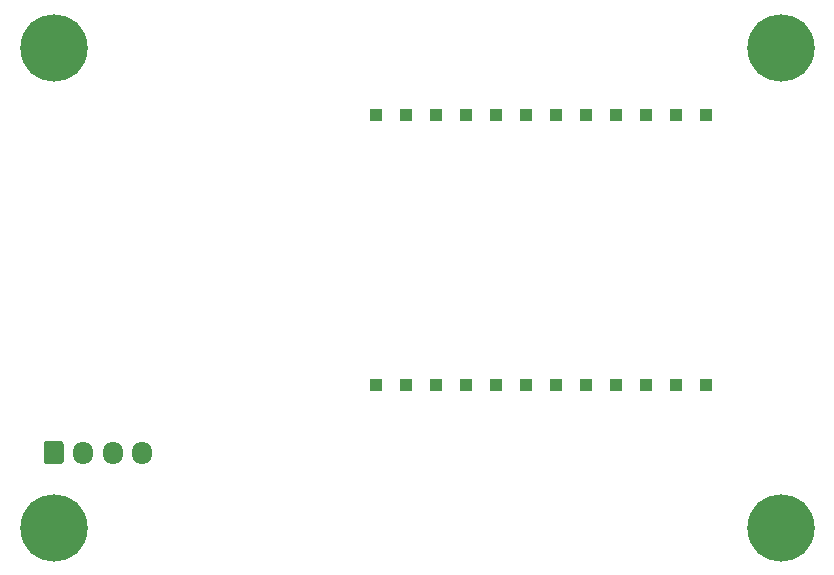
<source format=gbr>
G04 #@! TF.GenerationSoftware,KiCad,Pcbnew,5.0.2+dfsg1-1*
G04 #@! TF.CreationDate,2020-04-26T19:31:52+02:00*
G04 #@! TF.ProjectId,iClone,69436c6f-6e65-42e6-9b69-6361645f7063,rev?*
G04 #@! TF.SameCoordinates,Original*
G04 #@! TF.FileFunction,Copper,L2,Bot*
G04 #@! TF.FilePolarity,Positive*
%FSLAX46Y46*%
G04 Gerber Fmt 4.6, Leading zero omitted, Abs format (unit mm)*
G04 Created by KiCad (PCBNEW 5.0.2+dfsg1-1) date dom 26 abr 2020 19:31:52 CEST*
%MOMM*%
%LPD*%
G01*
G04 APERTURE LIST*
G04 #@! TA.AperFunction,ComponentPad*
%ADD10C,5.700000*%
G04 #@! TD*
G04 #@! TA.AperFunction,ComponentPad*
%ADD11R,1.108000X1.108000*%
G04 #@! TD*
G04 #@! TA.AperFunction,ComponentPad*
%ADD12O,1.700000X1.950000*%
G04 #@! TD*
G04 #@! TA.AperFunction,Conductor*
%ADD13C,0.100000*%
G04 #@! TD*
G04 #@! TA.AperFunction,ComponentPad*
%ADD14C,1.700000*%
G04 #@! TD*
G04 APERTURE END LIST*
D10*
G04 #@! TO.P,,4*
G04 #@! TO.N,N/C*
X172085000Y-111760000D03*
G04 #@! TD*
G04 #@! TO.P,,3*
G04 #@! TO.N,N/C*
X110490000Y-111760000D03*
G04 #@! TD*
G04 #@! TO.P,,1*
G04 #@! TO.N,N/C*
X110490000Y-71120000D03*
G04 #@! TD*
D11*
G04 #@! TO.P,TTGO T-Display,P$24*
G04 #@! TO.N,N/C*
X165735000Y-99695000D03*
G04 #@! TO.P,TTGO T-Display,P$23*
X163195000Y-99695000D03*
G04 #@! TO.P,TTGO T-Display,P$22*
X160655000Y-99695000D03*
G04 #@! TO.P,TTGO T-Display,P$21*
X158115000Y-99695000D03*
G04 #@! TO.P,TTGO T-Display,P$20*
X155575000Y-99695000D03*
G04 #@! TO.P,TTGO T-Display,P$19*
X153035000Y-99695000D03*
G04 #@! TO.P,TTGO T-Display,P$18*
X150495000Y-99695000D03*
G04 #@! TO.P,TTGO T-Display,P$17*
X147955000Y-99695000D03*
G04 #@! TO.P,TTGO T-Display,P$16*
X145415000Y-99695000D03*
G04 #@! TO.P,TTGO T-Display,P$15*
X142875000Y-99695000D03*
G04 #@! TO.P,TTGO T-Display,P$14*
X140335000Y-99695000D03*
G04 #@! TO.P,TTGO T-Display,P$13*
X137795000Y-99695000D03*
G04 #@! TO.P,TTGO T-Display,P$12*
X137795000Y-76835000D03*
G04 #@! TO.P,TTGO T-Display,P$11*
X140335000Y-76835000D03*
G04 #@! TO.P,TTGO T-Display,P$10*
X142875000Y-76835000D03*
G04 #@! TO.P,TTGO T-Display,P$9*
X145415000Y-76835000D03*
G04 #@! TO.P,TTGO T-Display,P$8*
X147955000Y-76835000D03*
G04 #@! TO.P,TTGO T-Display,P$7*
X150495000Y-76835000D03*
G04 #@! TO.P,TTGO T-Display,P$6*
X153035000Y-76835000D03*
G04 #@! TO.P,TTGO T-Display,P$5*
X155575000Y-76835000D03*
G04 #@! TO.P,TTGO T-Display,P$4*
X158115000Y-76835000D03*
G04 #@! TO.P,TTGO T-Display,P$3*
X160655000Y-76835000D03*
G04 #@! TO.P,TTGO T-Display,P$2*
X163195000Y-76835000D03*
G04 #@! TO.P,TTGO T-Display,P$1*
X165735000Y-76835000D03*
G04 #@! TD*
D12*
G04 #@! TO.P,iButton,4*
G04 #@! TO.N,N/C*
X117990000Y-105410000D03*
G04 #@! TO.P,iButton,3*
X115490000Y-105410000D03*
G04 #@! TO.P,iButton,2*
X112990000Y-105410000D03*
D13*
G04 #@! TD*
G04 #@! TO.N,N/C*
G04 #@! TO.C,iButton*
G36*
X111114504Y-104436204D02*
X111138773Y-104439804D01*
X111162571Y-104445765D01*
X111185671Y-104454030D01*
X111207849Y-104464520D01*
X111228893Y-104477133D01*
X111248598Y-104491747D01*
X111266777Y-104508223D01*
X111283253Y-104526402D01*
X111297867Y-104546107D01*
X111310480Y-104567151D01*
X111320970Y-104589329D01*
X111329235Y-104612429D01*
X111335196Y-104636227D01*
X111338796Y-104660496D01*
X111340000Y-104685000D01*
X111340000Y-106135000D01*
X111338796Y-106159504D01*
X111335196Y-106183773D01*
X111329235Y-106207571D01*
X111320970Y-106230671D01*
X111310480Y-106252849D01*
X111297867Y-106273893D01*
X111283253Y-106293598D01*
X111266777Y-106311777D01*
X111248598Y-106328253D01*
X111228893Y-106342867D01*
X111207849Y-106355480D01*
X111185671Y-106365970D01*
X111162571Y-106374235D01*
X111138773Y-106380196D01*
X111114504Y-106383796D01*
X111090000Y-106385000D01*
X109890000Y-106385000D01*
X109865496Y-106383796D01*
X109841227Y-106380196D01*
X109817429Y-106374235D01*
X109794329Y-106365970D01*
X109772151Y-106355480D01*
X109751107Y-106342867D01*
X109731402Y-106328253D01*
X109713223Y-106311777D01*
X109696747Y-106293598D01*
X109682133Y-106273893D01*
X109669520Y-106252849D01*
X109659030Y-106230671D01*
X109650765Y-106207571D01*
X109644804Y-106183773D01*
X109641204Y-106159504D01*
X109640000Y-106135000D01*
X109640000Y-104685000D01*
X109641204Y-104660496D01*
X109644804Y-104636227D01*
X109650765Y-104612429D01*
X109659030Y-104589329D01*
X109669520Y-104567151D01*
X109682133Y-104546107D01*
X109696747Y-104526402D01*
X109713223Y-104508223D01*
X109731402Y-104491747D01*
X109751107Y-104477133D01*
X109772151Y-104464520D01*
X109794329Y-104454030D01*
X109817429Y-104445765D01*
X109841227Y-104439804D01*
X109865496Y-104436204D01*
X109890000Y-104435000D01*
X111090000Y-104435000D01*
X111114504Y-104436204D01*
X111114504Y-104436204D01*
G37*
D14*
G04 #@! TO.P,iButton,1*
G04 #@! TO.N,N/C*
X110490000Y-105410000D03*
G04 #@! TD*
D10*
G04 #@! TO.P,,2*
G04 #@! TO.N,N/C*
X172085000Y-71120000D03*
G04 #@! TD*
M02*

</source>
